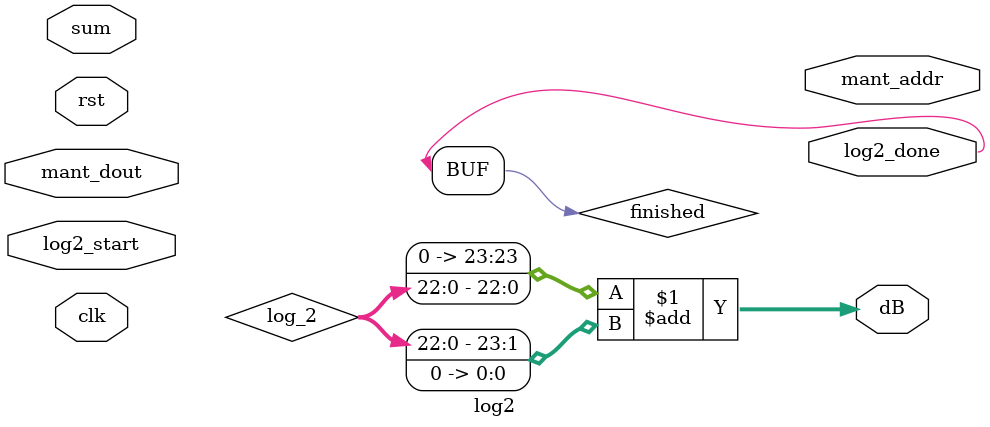
<source format=v>
`timescale 1ns / 1ps


module log2(
    input clk,
    input rst,
    input log2_start,
    input [48:0] sum,
    input [17:0] mant_dout,
    output log2_done,
    output [23:0] dB,
    output [9:0] mant_addr
    );
reg [22:0] log_2;
reg started;
reg finished;

begin


//always @ (posedge clk)


//begin

//for(i = 6'b000000; i<6'b110001; i = i + 1)
//    if (sum[i]) 
//        log_2 <= log_2 + i;     
end

assign log2_done = finished;    
assign dB = {1'b0, log_2} + {log_2, 1'b0};

endmodule

</source>
